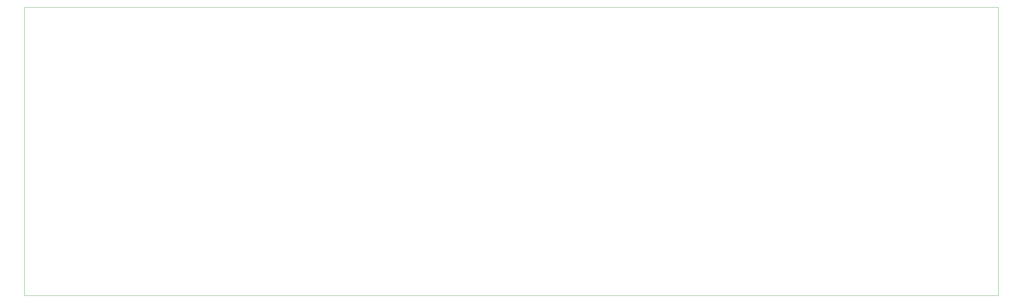
<source format=gm1>
G04 #@! TF.GenerationSoftware,KiCad,Pcbnew,(5.1.6)-1*
G04 #@! TF.CreationDate,2020-08-30T16:27:27-04:00*
G04 #@! TF.ProjectId,keyboard,6b657962-6f61-4726-942e-6b696361645f,rev?*
G04 #@! TF.SameCoordinates,Original*
G04 #@! TF.FileFunction,Profile,NP*
%FSLAX46Y46*%
G04 Gerber Fmt 4.6, Leading zero omitted, Abs format (unit mm)*
G04 Created by KiCad (PCBNEW (5.1.6)-1) date 2020-08-30 16:27:27*
%MOMM*%
%LPD*%
G01*
G04 APERTURE LIST*
G04 #@! TA.AperFunction,Profile*
%ADD10C,0.200000*%
G04 #@! TD*
G04 APERTURE END LIST*
D10*
X25210000Y-144590000D02*
X573354186Y-144590000D01*
X573354186Y-144590000D02*
X573354186Y-306709285D01*
X573354186Y-306709285D02*
X25210000Y-306709285D01*
X25210000Y-306709285D02*
X25210000Y-144590000D01*
X25210000Y-144590000D02*
G75*
G02*
X25210000Y-144590000I0J0D01*
G01*
X573354186Y-144590000D02*
G75*
G03*
X573354186Y-144590000I0J0D01*
G01*
X573354186Y-306709285D02*
G75*
G02*
X573354186Y-306709285I0J0D01*
G01*
X25210000Y-306709285D02*
G75*
G03*
X25210000Y-306709285I0J0D01*
G01*
M02*

</source>
